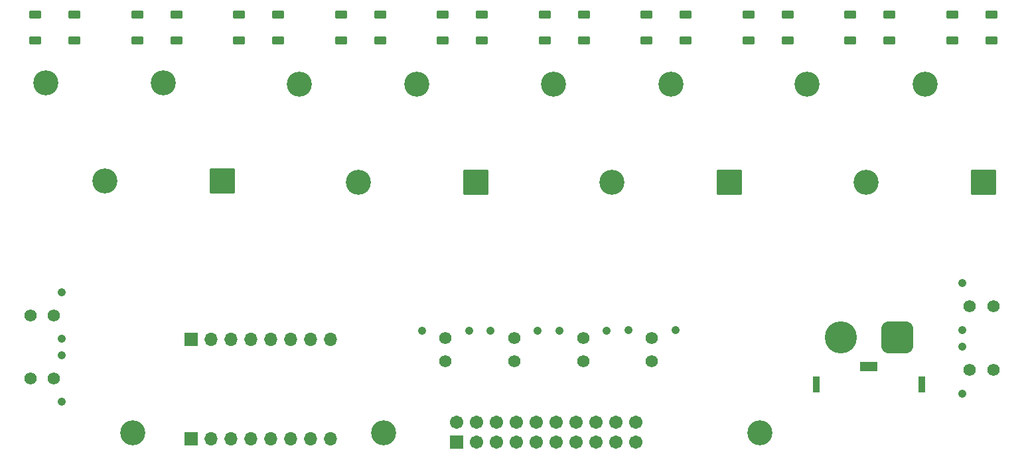
<source format=gbr>
%TF.GenerationSoftware,KiCad,Pcbnew,8.0.3*%
%TF.CreationDate,2025-06-04T12:12:44-07:00*%
%TF.ProjectId,Power_Distribution,506f7765-725f-4446-9973-747269627574,rev?*%
%TF.SameCoordinates,Original*%
%TF.FileFunction,Soldermask,Bot*%
%TF.FilePolarity,Negative*%
%FSLAX46Y46*%
G04 Gerber Fmt 4.6, Leading zero omitted, Abs format (unit mm)*
G04 Created by KiCad (PCBNEW 8.0.3) date 2025-06-04 12:12:44*
%MOMM*%
%LPD*%
G01*
G04 APERTURE LIST*
G04 Aperture macros list*
%AMRoundRect*
0 Rectangle with rounded corners*
0 $1 Rounding radius*
0 $2 $3 $4 $5 $6 $7 $8 $9 X,Y pos of 4 corners*
0 Add a 4 corners polygon primitive as box body*
4,1,4,$2,$3,$4,$5,$6,$7,$8,$9,$2,$3,0*
0 Add four circle primitives for the rounded corners*
1,1,$1+$1,$2,$3*
1,1,$1+$1,$4,$5*
1,1,$1+$1,$6,$7*
1,1,$1+$1,$8,$9*
0 Add four rect primitives between the rounded corners*
20,1,$1+$1,$2,$3,$4,$5,0*
20,1,$1+$1,$4,$5,$6,$7,0*
20,1,$1+$1,$6,$7,$8,$9,0*
20,1,$1+$1,$8,$9,$2,$3,0*%
G04 Aperture macros list end*
%ADD10R,0.900000X2.000000*%
%ADD11RoundRect,1.025000X1.025000X1.025000X-1.025000X1.025000X-1.025000X-1.025000X1.025000X-1.025000X0*%
%ADD12C,4.100000*%
%ADD13R,2.300000X1.300000*%
%ADD14RoundRect,0.102000X1.500000X1.500000X-1.500000X1.500000X-1.500000X-1.500000X1.500000X-1.500000X0*%
%ADD15C,3.204000*%
%ADD16RoundRect,0.102000X-0.754000X-0.754000X0.754000X-0.754000X0.754000X0.754000X-0.754000X0.754000X0*%
%ADD17C,1.712000*%
%ADD18C,3.200000*%
%ADD19C,1.066800*%
%ADD20C,1.574800*%
%ADD21R,1.700000X1.700000*%
%ADD22O,1.700000X1.700000*%
%ADD23RoundRect,0.250000X0.550000X0.250000X-0.550000X0.250000X-0.550000X-0.250000X0.550000X-0.250000X0*%
G04 APERTURE END LIST*
D10*
%TO.C,J4*%
X198520000Y-101380000D03*
X185020000Y-101380000D03*
D11*
X195370000Y-95380000D03*
D12*
X188170000Y-95380000D03*
D13*
X191770000Y-99030000D03*
%TD*%
D14*
%TO.C,J6*%
X206396000Y-75492000D03*
D15*
X198896000Y-62992000D03*
X191396000Y-75492000D03*
X183896000Y-62992000D03*
%TD*%
D16*
%TO.C,J18*%
X139190000Y-108750000D03*
D17*
X139190000Y-106210000D03*
X141730000Y-108750000D03*
X141730000Y-106210000D03*
X144270000Y-108750000D03*
X144270000Y-106210000D03*
X146810000Y-108750000D03*
X146810000Y-106210000D03*
X149350000Y-108750000D03*
X149350000Y-106210000D03*
X151890000Y-108750000D03*
X151890000Y-106210000D03*
X154430000Y-108750000D03*
X154430000Y-106210000D03*
X156970000Y-108750000D03*
X156970000Y-106210000D03*
X159510000Y-108750000D03*
X159510000Y-106210000D03*
X162050000Y-108750000D03*
X162050000Y-106210000D03*
%TD*%
D18*
%TO.C,H2*%
X97840000Y-107540000D03*
%TD*%
D19*
%TO.C,J15*%
X161059998Y-94449999D03*
X167060002Y-94449999D03*
D20*
X164060000Y-98389999D03*
X164060000Y-95390000D03*
%TD*%
D19*
%TO.C,J10*%
X88740000Y-89549998D03*
X88740000Y-95550002D03*
D20*
X84800000Y-92550000D03*
X87799999Y-92550000D03*
%TD*%
D14*
%TO.C,J2*%
X141612000Y-75492000D03*
D15*
X134112000Y-62992000D03*
X126612000Y-75492000D03*
X119112000Y-62992000D03*
%TD*%
D19*
%TO.C,J17*%
X203679999Y-94380002D03*
X203679999Y-88379998D03*
D20*
X207619999Y-91380000D03*
X204620000Y-91380000D03*
%TD*%
D19*
%TO.C,J16*%
X203679999Y-102510002D03*
X203679999Y-96509998D03*
D20*
X207619999Y-99510000D03*
X204620000Y-99510000D03*
%TD*%
D21*
%TO.C,J9*%
X105290000Y-95632000D03*
D22*
X107830000Y-95632000D03*
X110370000Y-95632000D03*
X112910000Y-95632000D03*
X115450000Y-95632000D03*
X117990000Y-95632000D03*
X120530000Y-95632000D03*
X123070000Y-95632000D03*
%TD*%
D19*
%TO.C,J14*%
X152284398Y-94459999D03*
X158284402Y-94459999D03*
D20*
X155284400Y-98399999D03*
X155284400Y-95400000D03*
%TD*%
D18*
%TO.C,H3*%
X129840000Y-107540000D03*
%TD*%
D14*
%TO.C,J1*%
X173985600Y-75492000D03*
D15*
X166485600Y-62992000D03*
X158985600Y-75492000D03*
X151485600Y-62992000D03*
%TD*%
D19*
%TO.C,J11*%
X88740000Y-97589998D03*
X88740000Y-103590002D03*
D20*
X84800000Y-100590000D03*
X87799999Y-100590000D03*
%TD*%
D18*
%TO.C,H4*%
X177840000Y-107540000D03*
%TD*%
D19*
%TO.C,J13*%
X143508798Y-94459999D03*
X149508802Y-94459999D03*
D20*
X146508800Y-98399999D03*
X146508800Y-95400000D03*
%TD*%
D19*
%TO.C,J12*%
X134733198Y-94459999D03*
X140733202Y-94459999D03*
D20*
X137733200Y-98399999D03*
X137733200Y-95400000D03*
%TD*%
D14*
%TO.C,J7*%
X109252400Y-75339600D03*
D15*
X101752400Y-62839600D03*
X94252400Y-75339600D03*
X86752400Y-62839600D03*
%TD*%
D21*
%TO.C,J3*%
X105290000Y-108332000D03*
D22*
X107830000Y-108332000D03*
X110370000Y-108332000D03*
X112910000Y-108332000D03*
X115450000Y-108332000D03*
X117990000Y-108332000D03*
X120530000Y-108332000D03*
X123070000Y-108332000D03*
%TD*%
D23*
%TO.C,LED8*%
X142391112Y-54150000D03*
X142391112Y-57450000D03*
X137391112Y-54150000D03*
X137391112Y-57450000D03*
%TD*%
%TO.C,LED9*%
X129394724Y-54150000D03*
X129394724Y-57450000D03*
X124394724Y-54150000D03*
X124394724Y-57450000D03*
%TD*%
%TO.C,LED3*%
X207373052Y-54150000D03*
X207373052Y-57450000D03*
X202373052Y-54150000D03*
X202373052Y-57450000D03*
%TD*%
%TO.C,LED4*%
X194376664Y-54150000D03*
X194376664Y-57450000D03*
X189376664Y-54150000D03*
X189376664Y-57450000D03*
%TD*%
%TO.C,LED6*%
X168383888Y-54150000D03*
X168383888Y-57450000D03*
X163383888Y-54150000D03*
X163383888Y-57450000D03*
%TD*%
%TO.C,LED5*%
X181380276Y-54150000D03*
X181380276Y-57450000D03*
X176380276Y-54150000D03*
X176380276Y-57450000D03*
%TD*%
%TO.C,LED11*%
X103401948Y-54150000D03*
X103401948Y-57450000D03*
X98401948Y-54150000D03*
X98401948Y-57450000D03*
%TD*%
%TO.C,LED12*%
X90405552Y-54150000D03*
X90405552Y-57450000D03*
X85405552Y-54150000D03*
X85405552Y-57450000D03*
%TD*%
%TO.C,LED10*%
X116398336Y-54150000D03*
X116398336Y-57450000D03*
X111398336Y-54150000D03*
X111398336Y-57450000D03*
%TD*%
%TO.C,LED7*%
X155387500Y-54150000D03*
X155387500Y-57450000D03*
X150387500Y-54150000D03*
X150387500Y-57450000D03*
%TD*%
M02*

</source>
